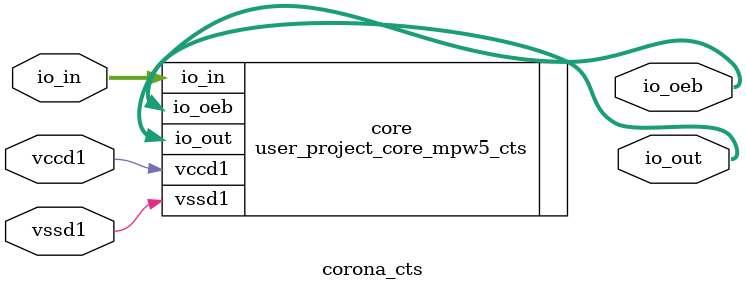
<source format=v>
module user_project_wrapper (user_clock2,
    vccd1,
    vccd2,
    vdda1,
    vdda2,
    vssa1,
    vssa2,
    vssd1,
    vssd2,
    wb_clk_i,
    wb_rst_i,
    wbs_ack_o,
    wbs_cyc_i,
    wbs_stb_i,
    wbs_we_i,
    analog_io,
    io_in,
    io_oeb,
    io_out,
    la_data_in,
    la_data_out,
    la_oenb,
    user_irq,
    wbs_adr_i,
    wbs_dat_i,
    wbs_dat_o,
    wbs_sel_i);
 input user_clock2;
 input vccd1;
 input vccd2;
 input vdda1;
 input vdda2;
 input vssa1;
 input vssa2;
 input vssd1;
 input vssd2;
 input wb_clk_i;
 input wb_rst_i;
 output wbs_ack_o;
 input wbs_cyc_i;
 input wbs_stb_i;
 input wbs_we_i;
 inout [28:0] analog_io;
 input [37:0] io_in;
 output [37:0] io_oeb;
 output [37:0] io_out;
 input [127:0] la_data_in;
 output [127:0] la_data_out;
 input [127:0] la_oenb;
 output [2:0] user_irq;
 input [31:0] wbs_adr_i;
 input [31:0] wbs_dat_i;
 output [31:0] wbs_dat_o;
 input [3:0] wbs_sel_i;

via4_3100x3100 via (
    .vccd1(vccd1),
    .vssd1(vssd1)
);

corona_cts corona (
    .vccd1(vccd1),
    .vssd1(vssd1),
    .io_in(io_in),
    .io_oeb(io_oeb),
    .io_out(io_out)
);

endmodule

(* keep *)
module via4_3100x3100(
    input vccd1,
    input vssd1
);
    // Entirely pointless, but required to make the GL netlist match the GDS
endmodule

module corona_cts(
    input vccd1,
    input vssd1,
    input [37:0] io_in,
    output [37:0] io_oeb,
    output [37:0] io_out
);
    user_project_core_mpw5_cts core(
        .vccd1(vccd1),
        .vssd1(vssd1),
        .io_in(io_in),
        .io_oeb(io_oeb),
        .io_out(io_out)
    );
endmodule

</source>
